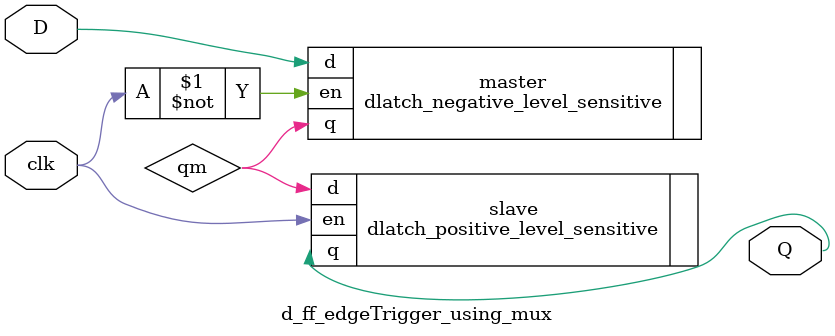
<source format=v>
module d_ff_edgeTrigger_using_mux(D,clk,Q);
  input D,clk;
  output Q;
  wire qm;
  dlatch_negative_level_sensitive master(.d(D),.en(~clk),.q(qm));
  dlatch_positive_level_sensitive slave(.d(qm),.en(clk),.q(Q));
endmodule

</source>
